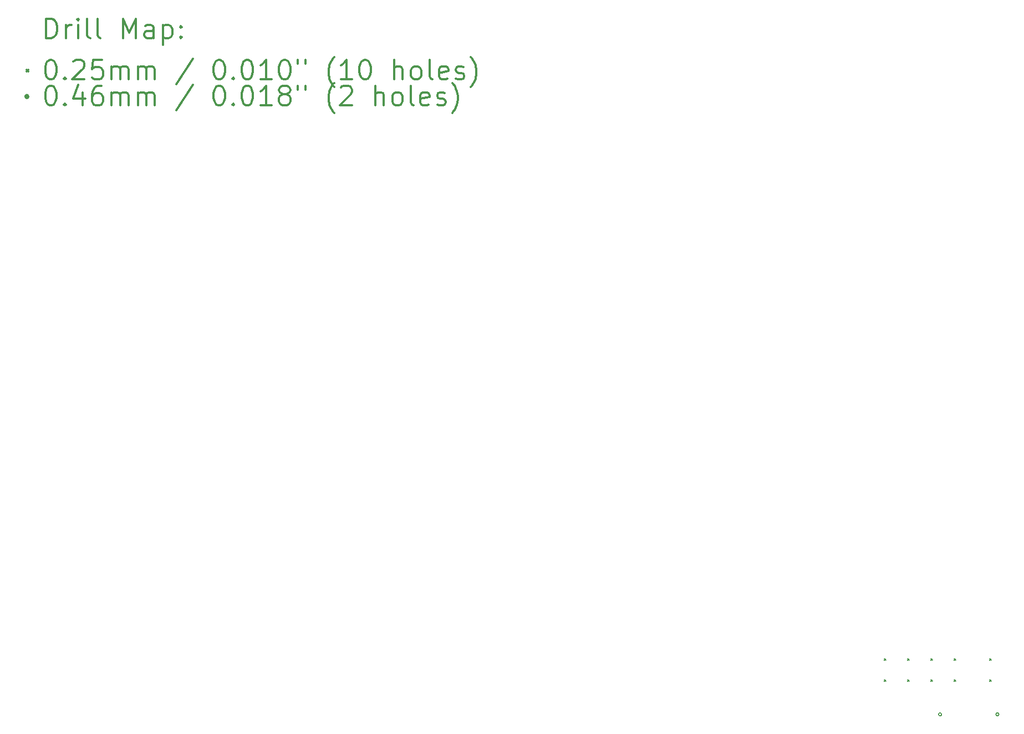
<source format=gbr>
%FSLAX45Y45*%
G04 Gerber Fmt 4.5, Leading zero omitted, Abs format (unit mm)*
G04 Created by KiCad (PCBNEW 4.0.5) date 02/24/17 03:06:42*
%MOMM*%
%LPD*%
G01*
G04 APERTURE LIST*
%ADD10C,0.127000*%
%ADD11C,0.200000*%
%ADD12C,0.300000*%
G04 APERTURE END LIST*
D10*
D11*
X102870Y1503680D02*
X128270Y1478280D01*
X128270Y1503680D02*
X102870Y1478280D01*
X102870Y1181100D02*
X128270Y1155700D01*
X128270Y1181100D02*
X102870Y1155700D01*
X458470Y1503680D02*
X483870Y1478280D01*
X483870Y1503680D02*
X458470Y1478280D01*
X458470Y1181100D02*
X483870Y1155700D01*
X483870Y1181100D02*
X458470Y1155700D01*
X814070Y1503680D02*
X839470Y1478280D01*
X839470Y1503680D02*
X814070Y1478280D01*
X814070Y1181100D02*
X839470Y1155700D01*
X839470Y1181100D02*
X814070Y1155700D01*
X1169670Y1503680D02*
X1195070Y1478280D01*
X1195070Y1503680D02*
X1169670Y1478280D01*
X1169670Y1181100D02*
X1195070Y1155700D01*
X1195070Y1181100D02*
X1169670Y1155700D01*
X1718310Y1503680D02*
X1743710Y1478280D01*
X1743710Y1503680D02*
X1718310Y1478280D01*
X1718310Y1181100D02*
X1743710Y1155700D01*
X1743710Y1181100D02*
X1718310Y1155700D01*
X982000Y648250D02*
G75*
G03X982000Y648250I-23000J0D01*
G01*
X1858000Y648250D02*
G75*
G03X1858000Y648250I-23000J0D01*
G01*
D12*
X-12692731Y10982066D02*
X-12692731Y11282066D01*
X-12621303Y11282066D01*
X-12578446Y11267780D01*
X-12549874Y11239209D01*
X-12535589Y11210637D01*
X-12521303Y11153494D01*
X-12521303Y11110637D01*
X-12535589Y11053494D01*
X-12549874Y11024923D01*
X-12578446Y10996351D01*
X-12621303Y10982066D01*
X-12692731Y10982066D01*
X-12392731Y10982066D02*
X-12392731Y11182066D01*
X-12392731Y11124923D02*
X-12378446Y11153494D01*
X-12364160Y11167780D01*
X-12335589Y11182066D01*
X-12307017Y11182066D01*
X-12207017Y10982066D02*
X-12207017Y11182066D01*
X-12207017Y11282066D02*
X-12221303Y11267780D01*
X-12207017Y11253494D01*
X-12192731Y11267780D01*
X-12207017Y11282066D01*
X-12207017Y11253494D01*
X-12021303Y10982066D02*
X-12049874Y10996351D01*
X-12064160Y11024923D01*
X-12064160Y11282066D01*
X-11864160Y10982066D02*
X-11892731Y10996351D01*
X-11907017Y11024923D01*
X-11907017Y11282066D01*
X-11521303Y10982066D02*
X-11521303Y11282066D01*
X-11421303Y11067780D01*
X-11321303Y11282066D01*
X-11321303Y10982066D01*
X-11049874Y10982066D02*
X-11049874Y11139209D01*
X-11064160Y11167780D01*
X-11092731Y11182066D01*
X-11149874Y11182066D01*
X-11178446Y11167780D01*
X-11049874Y10996351D02*
X-11078446Y10982066D01*
X-11149874Y10982066D01*
X-11178446Y10996351D01*
X-11192731Y11024923D01*
X-11192731Y11053494D01*
X-11178446Y11082066D01*
X-11149874Y11096351D01*
X-11078446Y11096351D01*
X-11049874Y11110637D01*
X-10907017Y11182066D02*
X-10907017Y10882066D01*
X-10907017Y11167780D02*
X-10878446Y11182066D01*
X-10821303Y11182066D01*
X-10792731Y11167780D01*
X-10778446Y11153494D01*
X-10764160Y11124923D01*
X-10764160Y11039209D01*
X-10778446Y11010637D01*
X-10792731Y10996351D01*
X-10821303Y10982066D01*
X-10878446Y10982066D01*
X-10907017Y10996351D01*
X-10635589Y11010637D02*
X-10621303Y10996351D01*
X-10635589Y10982066D01*
X-10649874Y10996351D01*
X-10635589Y11010637D01*
X-10635589Y10982066D01*
X-10635589Y11167780D02*
X-10621303Y11153494D01*
X-10635589Y11139209D01*
X-10649874Y11153494D01*
X-10635589Y11167780D01*
X-10635589Y11139209D01*
X-12989560Y10500480D02*
X-12964160Y10475080D01*
X-12964160Y10500480D02*
X-12989560Y10475080D01*
X-12635589Y10652066D02*
X-12607017Y10652066D01*
X-12578446Y10637780D01*
X-12564160Y10623494D01*
X-12549874Y10594923D01*
X-12535589Y10537780D01*
X-12535589Y10466351D01*
X-12549874Y10409209D01*
X-12564160Y10380637D01*
X-12578446Y10366351D01*
X-12607017Y10352066D01*
X-12635589Y10352066D01*
X-12664160Y10366351D01*
X-12678446Y10380637D01*
X-12692731Y10409209D01*
X-12707017Y10466351D01*
X-12707017Y10537780D01*
X-12692731Y10594923D01*
X-12678446Y10623494D01*
X-12664160Y10637780D01*
X-12635589Y10652066D01*
X-12407017Y10380637D02*
X-12392731Y10366351D01*
X-12407017Y10352066D01*
X-12421303Y10366351D01*
X-12407017Y10380637D01*
X-12407017Y10352066D01*
X-12278446Y10623494D02*
X-12264160Y10637780D01*
X-12235589Y10652066D01*
X-12164160Y10652066D01*
X-12135589Y10637780D01*
X-12121303Y10623494D01*
X-12107017Y10594923D01*
X-12107017Y10566351D01*
X-12121303Y10523494D01*
X-12292731Y10352066D01*
X-12107017Y10352066D01*
X-11835589Y10652066D02*
X-11978446Y10652066D01*
X-11992731Y10509209D01*
X-11978446Y10523494D01*
X-11949874Y10537780D01*
X-11878446Y10537780D01*
X-11849874Y10523494D01*
X-11835589Y10509209D01*
X-11821303Y10480637D01*
X-11821303Y10409209D01*
X-11835589Y10380637D01*
X-11849874Y10366351D01*
X-11878446Y10352066D01*
X-11949874Y10352066D01*
X-11978446Y10366351D01*
X-11992731Y10380637D01*
X-11692731Y10352066D02*
X-11692731Y10552066D01*
X-11692731Y10523494D02*
X-11678446Y10537780D01*
X-11649874Y10552066D01*
X-11607017Y10552066D01*
X-11578446Y10537780D01*
X-11564160Y10509209D01*
X-11564160Y10352066D01*
X-11564160Y10509209D02*
X-11549874Y10537780D01*
X-11521303Y10552066D01*
X-11478446Y10552066D01*
X-11449874Y10537780D01*
X-11435589Y10509209D01*
X-11435589Y10352066D01*
X-11292731Y10352066D02*
X-11292731Y10552066D01*
X-11292731Y10523494D02*
X-11278446Y10537780D01*
X-11249874Y10552066D01*
X-11207017Y10552066D01*
X-11178446Y10537780D01*
X-11164160Y10509209D01*
X-11164160Y10352066D01*
X-11164160Y10509209D02*
X-11149874Y10537780D01*
X-11121303Y10552066D01*
X-11078446Y10552066D01*
X-11049874Y10537780D01*
X-11035589Y10509209D01*
X-11035589Y10352066D01*
X-10449874Y10666351D02*
X-10707017Y10280637D01*
X-10064160Y10652066D02*
X-10035589Y10652066D01*
X-10007017Y10637780D01*
X-9992732Y10623494D01*
X-9978446Y10594923D01*
X-9964160Y10537780D01*
X-9964160Y10466351D01*
X-9978446Y10409209D01*
X-9992732Y10380637D01*
X-10007017Y10366351D01*
X-10035589Y10352066D01*
X-10064160Y10352066D01*
X-10092732Y10366351D01*
X-10107017Y10380637D01*
X-10121303Y10409209D01*
X-10135589Y10466351D01*
X-10135589Y10537780D01*
X-10121303Y10594923D01*
X-10107017Y10623494D01*
X-10092732Y10637780D01*
X-10064160Y10652066D01*
X-9835589Y10380637D02*
X-9821303Y10366351D01*
X-9835589Y10352066D01*
X-9849874Y10366351D01*
X-9835589Y10380637D01*
X-9835589Y10352066D01*
X-9635589Y10652066D02*
X-9607017Y10652066D01*
X-9578446Y10637780D01*
X-9564160Y10623494D01*
X-9549874Y10594923D01*
X-9535589Y10537780D01*
X-9535589Y10466351D01*
X-9549874Y10409209D01*
X-9564160Y10380637D01*
X-9578446Y10366351D01*
X-9607017Y10352066D01*
X-9635589Y10352066D01*
X-9664160Y10366351D01*
X-9678446Y10380637D01*
X-9692732Y10409209D01*
X-9707017Y10466351D01*
X-9707017Y10537780D01*
X-9692732Y10594923D01*
X-9678446Y10623494D01*
X-9664160Y10637780D01*
X-9635589Y10652066D01*
X-9249874Y10352066D02*
X-9421303Y10352066D01*
X-9335589Y10352066D02*
X-9335589Y10652066D01*
X-9364160Y10609209D01*
X-9392732Y10580637D01*
X-9421303Y10566351D01*
X-9064160Y10652066D02*
X-9035589Y10652066D01*
X-9007017Y10637780D01*
X-8992732Y10623494D01*
X-8978446Y10594923D01*
X-8964160Y10537780D01*
X-8964160Y10466351D01*
X-8978446Y10409209D01*
X-8992732Y10380637D01*
X-9007017Y10366351D01*
X-9035589Y10352066D01*
X-9064160Y10352066D01*
X-9092732Y10366351D01*
X-9107017Y10380637D01*
X-9121303Y10409209D01*
X-9135589Y10466351D01*
X-9135589Y10537780D01*
X-9121303Y10594923D01*
X-9107017Y10623494D01*
X-9092732Y10637780D01*
X-9064160Y10652066D01*
X-8849874Y10652066D02*
X-8849874Y10594923D01*
X-8735589Y10652066D02*
X-8735589Y10594923D01*
X-8292731Y10237780D02*
X-8307017Y10252066D01*
X-8335589Y10294923D01*
X-8349874Y10323494D01*
X-8364160Y10366351D01*
X-8378446Y10437780D01*
X-8378446Y10494923D01*
X-8364160Y10566351D01*
X-8349874Y10609209D01*
X-8335589Y10637780D01*
X-8307017Y10680637D01*
X-8292731Y10694923D01*
X-8021303Y10352066D02*
X-8192731Y10352066D01*
X-8107017Y10352066D02*
X-8107017Y10652066D01*
X-8135589Y10609209D01*
X-8164160Y10580637D01*
X-8192731Y10566351D01*
X-7835589Y10652066D02*
X-7807017Y10652066D01*
X-7778446Y10637780D01*
X-7764160Y10623494D01*
X-7749874Y10594923D01*
X-7735589Y10537780D01*
X-7735589Y10466351D01*
X-7749874Y10409209D01*
X-7764160Y10380637D01*
X-7778446Y10366351D01*
X-7807017Y10352066D01*
X-7835589Y10352066D01*
X-7864160Y10366351D01*
X-7878446Y10380637D01*
X-7892731Y10409209D01*
X-7907017Y10466351D01*
X-7907017Y10537780D01*
X-7892731Y10594923D01*
X-7878446Y10623494D01*
X-7864160Y10637780D01*
X-7835589Y10652066D01*
X-7378446Y10352066D02*
X-7378446Y10652066D01*
X-7249874Y10352066D02*
X-7249874Y10509209D01*
X-7264160Y10537780D01*
X-7292731Y10552066D01*
X-7335589Y10552066D01*
X-7364160Y10537780D01*
X-7378446Y10523494D01*
X-7064160Y10352066D02*
X-7092731Y10366351D01*
X-7107017Y10380637D01*
X-7121303Y10409209D01*
X-7121303Y10494923D01*
X-7107017Y10523494D01*
X-7092731Y10537780D01*
X-7064160Y10552066D01*
X-7021303Y10552066D01*
X-6992731Y10537780D01*
X-6978446Y10523494D01*
X-6964160Y10494923D01*
X-6964160Y10409209D01*
X-6978446Y10380637D01*
X-6992731Y10366351D01*
X-7021303Y10352066D01*
X-7064160Y10352066D01*
X-6792731Y10352066D02*
X-6821303Y10366351D01*
X-6835589Y10394923D01*
X-6835589Y10652066D01*
X-6564160Y10366351D02*
X-6592731Y10352066D01*
X-6649874Y10352066D01*
X-6678446Y10366351D01*
X-6692731Y10394923D01*
X-6692731Y10509209D01*
X-6678446Y10537780D01*
X-6649874Y10552066D01*
X-6592731Y10552066D01*
X-6564160Y10537780D01*
X-6549874Y10509209D01*
X-6549874Y10480637D01*
X-6692731Y10452066D01*
X-6435588Y10366351D02*
X-6407017Y10352066D01*
X-6349874Y10352066D01*
X-6321303Y10366351D01*
X-6307017Y10394923D01*
X-6307017Y10409209D01*
X-6321303Y10437780D01*
X-6349874Y10452066D01*
X-6392731Y10452066D01*
X-6421303Y10466351D01*
X-6435588Y10494923D01*
X-6435588Y10509209D01*
X-6421303Y10537780D01*
X-6392731Y10552066D01*
X-6349874Y10552066D01*
X-6321303Y10537780D01*
X-6207017Y10237780D02*
X-6192731Y10252066D01*
X-6164160Y10294923D01*
X-6149874Y10323494D01*
X-6135589Y10366351D01*
X-6121303Y10437780D01*
X-6121303Y10494923D01*
X-6135589Y10566351D01*
X-6149874Y10609209D01*
X-6164160Y10637780D01*
X-6192731Y10680637D01*
X-6207017Y10694923D01*
X-12964160Y10091780D02*
G75*
G03X-12964160Y10091780I-23000J0D01*
G01*
X-12635589Y10256066D02*
X-12607017Y10256066D01*
X-12578446Y10241780D01*
X-12564160Y10227494D01*
X-12549874Y10198923D01*
X-12535589Y10141780D01*
X-12535589Y10070351D01*
X-12549874Y10013209D01*
X-12564160Y9984637D01*
X-12578446Y9970351D01*
X-12607017Y9956066D01*
X-12635589Y9956066D01*
X-12664160Y9970351D01*
X-12678446Y9984637D01*
X-12692731Y10013209D01*
X-12707017Y10070351D01*
X-12707017Y10141780D01*
X-12692731Y10198923D01*
X-12678446Y10227494D01*
X-12664160Y10241780D01*
X-12635589Y10256066D01*
X-12407017Y9984637D02*
X-12392731Y9970351D01*
X-12407017Y9956066D01*
X-12421303Y9970351D01*
X-12407017Y9984637D01*
X-12407017Y9956066D01*
X-12135589Y10156066D02*
X-12135589Y9956066D01*
X-12207017Y10270351D02*
X-12278446Y10056066D01*
X-12092731Y10056066D01*
X-11849874Y10256066D02*
X-11907017Y10256066D01*
X-11935589Y10241780D01*
X-11949874Y10227494D01*
X-11978446Y10184637D01*
X-11992731Y10127494D01*
X-11992731Y10013209D01*
X-11978446Y9984637D01*
X-11964160Y9970351D01*
X-11935589Y9956066D01*
X-11878446Y9956066D01*
X-11849874Y9970351D01*
X-11835589Y9984637D01*
X-11821303Y10013209D01*
X-11821303Y10084637D01*
X-11835589Y10113209D01*
X-11849874Y10127494D01*
X-11878446Y10141780D01*
X-11935589Y10141780D01*
X-11964160Y10127494D01*
X-11978446Y10113209D01*
X-11992731Y10084637D01*
X-11692731Y9956066D02*
X-11692731Y10156066D01*
X-11692731Y10127494D02*
X-11678446Y10141780D01*
X-11649874Y10156066D01*
X-11607017Y10156066D01*
X-11578446Y10141780D01*
X-11564160Y10113209D01*
X-11564160Y9956066D01*
X-11564160Y10113209D02*
X-11549874Y10141780D01*
X-11521303Y10156066D01*
X-11478446Y10156066D01*
X-11449874Y10141780D01*
X-11435589Y10113209D01*
X-11435589Y9956066D01*
X-11292731Y9956066D02*
X-11292731Y10156066D01*
X-11292731Y10127494D02*
X-11278446Y10141780D01*
X-11249874Y10156066D01*
X-11207017Y10156066D01*
X-11178446Y10141780D01*
X-11164160Y10113209D01*
X-11164160Y9956066D01*
X-11164160Y10113209D02*
X-11149874Y10141780D01*
X-11121303Y10156066D01*
X-11078446Y10156066D01*
X-11049874Y10141780D01*
X-11035589Y10113209D01*
X-11035589Y9956066D01*
X-10449874Y10270351D02*
X-10707017Y9884637D01*
X-10064160Y10256066D02*
X-10035589Y10256066D01*
X-10007017Y10241780D01*
X-9992732Y10227494D01*
X-9978446Y10198923D01*
X-9964160Y10141780D01*
X-9964160Y10070351D01*
X-9978446Y10013209D01*
X-9992732Y9984637D01*
X-10007017Y9970351D01*
X-10035589Y9956066D01*
X-10064160Y9956066D01*
X-10092732Y9970351D01*
X-10107017Y9984637D01*
X-10121303Y10013209D01*
X-10135589Y10070351D01*
X-10135589Y10141780D01*
X-10121303Y10198923D01*
X-10107017Y10227494D01*
X-10092732Y10241780D01*
X-10064160Y10256066D01*
X-9835589Y9984637D02*
X-9821303Y9970351D01*
X-9835589Y9956066D01*
X-9849874Y9970351D01*
X-9835589Y9984637D01*
X-9835589Y9956066D01*
X-9635589Y10256066D02*
X-9607017Y10256066D01*
X-9578446Y10241780D01*
X-9564160Y10227494D01*
X-9549874Y10198923D01*
X-9535589Y10141780D01*
X-9535589Y10070351D01*
X-9549874Y10013209D01*
X-9564160Y9984637D01*
X-9578446Y9970351D01*
X-9607017Y9956066D01*
X-9635589Y9956066D01*
X-9664160Y9970351D01*
X-9678446Y9984637D01*
X-9692732Y10013209D01*
X-9707017Y10070351D01*
X-9707017Y10141780D01*
X-9692732Y10198923D01*
X-9678446Y10227494D01*
X-9664160Y10241780D01*
X-9635589Y10256066D01*
X-9249874Y9956066D02*
X-9421303Y9956066D01*
X-9335589Y9956066D02*
X-9335589Y10256066D01*
X-9364160Y10213209D01*
X-9392732Y10184637D01*
X-9421303Y10170351D01*
X-9078446Y10127494D02*
X-9107017Y10141780D01*
X-9121303Y10156066D01*
X-9135589Y10184637D01*
X-9135589Y10198923D01*
X-9121303Y10227494D01*
X-9107017Y10241780D01*
X-9078446Y10256066D01*
X-9021303Y10256066D01*
X-8992732Y10241780D01*
X-8978446Y10227494D01*
X-8964160Y10198923D01*
X-8964160Y10184637D01*
X-8978446Y10156066D01*
X-8992732Y10141780D01*
X-9021303Y10127494D01*
X-9078446Y10127494D01*
X-9107017Y10113209D01*
X-9121303Y10098923D01*
X-9135589Y10070351D01*
X-9135589Y10013209D01*
X-9121303Y9984637D01*
X-9107017Y9970351D01*
X-9078446Y9956066D01*
X-9021303Y9956066D01*
X-8992732Y9970351D01*
X-8978446Y9984637D01*
X-8964160Y10013209D01*
X-8964160Y10070351D01*
X-8978446Y10098923D01*
X-8992732Y10113209D01*
X-9021303Y10127494D01*
X-8849874Y10256066D02*
X-8849874Y10198923D01*
X-8735589Y10256066D02*
X-8735589Y10198923D01*
X-8292731Y9841780D02*
X-8307017Y9856066D01*
X-8335589Y9898923D01*
X-8349874Y9927494D01*
X-8364160Y9970351D01*
X-8378446Y10041780D01*
X-8378446Y10098923D01*
X-8364160Y10170351D01*
X-8349874Y10213209D01*
X-8335589Y10241780D01*
X-8307017Y10284637D01*
X-8292731Y10298923D01*
X-8192731Y10227494D02*
X-8178446Y10241780D01*
X-8149874Y10256066D01*
X-8078446Y10256066D01*
X-8049874Y10241780D01*
X-8035589Y10227494D01*
X-8021303Y10198923D01*
X-8021303Y10170351D01*
X-8035589Y10127494D01*
X-8207017Y9956066D01*
X-8021303Y9956066D01*
X-7664160Y9956066D02*
X-7664160Y10256066D01*
X-7535589Y9956066D02*
X-7535589Y10113209D01*
X-7549874Y10141780D01*
X-7578446Y10156066D01*
X-7621303Y10156066D01*
X-7649874Y10141780D01*
X-7664160Y10127494D01*
X-7349874Y9956066D02*
X-7378446Y9970351D01*
X-7392731Y9984637D01*
X-7407017Y10013209D01*
X-7407017Y10098923D01*
X-7392731Y10127494D01*
X-7378446Y10141780D01*
X-7349874Y10156066D01*
X-7307017Y10156066D01*
X-7278446Y10141780D01*
X-7264160Y10127494D01*
X-7249874Y10098923D01*
X-7249874Y10013209D01*
X-7264160Y9984637D01*
X-7278446Y9970351D01*
X-7307017Y9956066D01*
X-7349874Y9956066D01*
X-7078446Y9956066D02*
X-7107017Y9970351D01*
X-7121303Y9998923D01*
X-7121303Y10256066D01*
X-6849874Y9970351D02*
X-6878446Y9956066D01*
X-6935589Y9956066D01*
X-6964160Y9970351D01*
X-6978446Y9998923D01*
X-6978446Y10113209D01*
X-6964160Y10141780D01*
X-6935589Y10156066D01*
X-6878446Y10156066D01*
X-6849874Y10141780D01*
X-6835589Y10113209D01*
X-6835589Y10084637D01*
X-6978446Y10056066D01*
X-6721303Y9970351D02*
X-6692731Y9956066D01*
X-6635589Y9956066D01*
X-6607017Y9970351D01*
X-6592731Y9998923D01*
X-6592731Y10013209D01*
X-6607017Y10041780D01*
X-6635589Y10056066D01*
X-6678446Y10056066D01*
X-6707017Y10070351D01*
X-6721303Y10098923D01*
X-6721303Y10113209D01*
X-6707017Y10141780D01*
X-6678446Y10156066D01*
X-6635589Y10156066D01*
X-6607017Y10141780D01*
X-6492731Y9841780D02*
X-6478446Y9856066D01*
X-6449874Y9898923D01*
X-6435589Y9927494D01*
X-6421303Y9970351D01*
X-6407017Y10041780D01*
X-6407017Y10098923D01*
X-6421303Y10170351D01*
X-6435589Y10213209D01*
X-6449874Y10241780D01*
X-6478446Y10284637D01*
X-6492731Y10298923D01*
M02*

</source>
